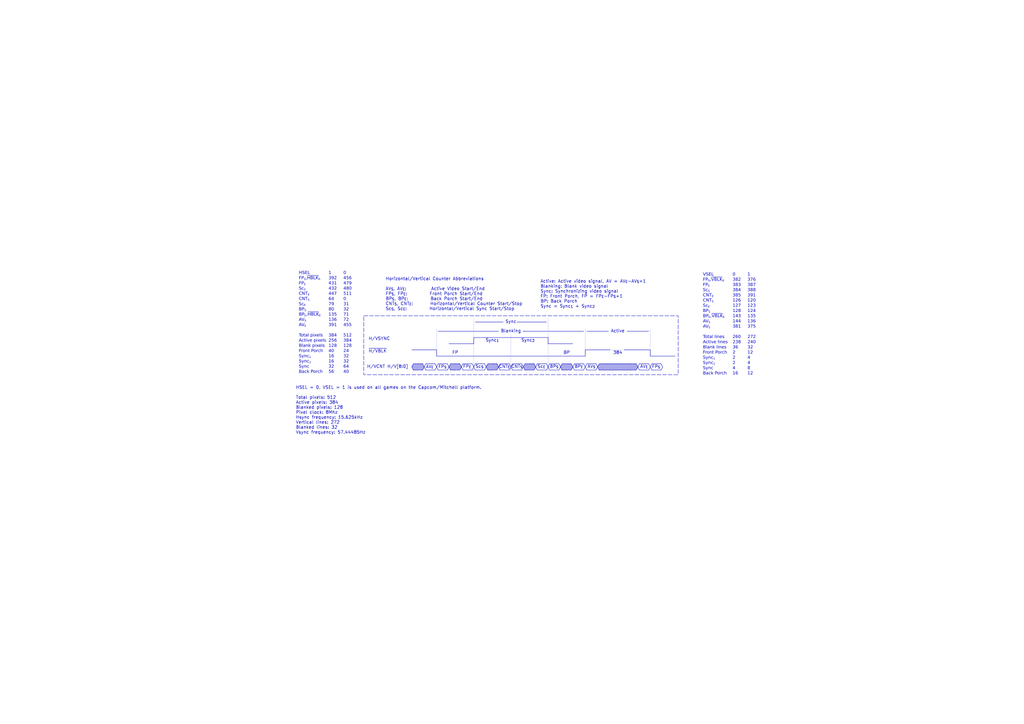
<source format=kicad_sch>
(kicad_sch
	(version 20231120)
	(generator "eeschema")
	(generator_version "8.0")
	(uuid "ccdeb361-6bdc-4147-87e1-17c62039f31b")
	(paper "A3")
	(title_block
		(date "2025-09-18")
	)
	(lib_symbols)
	(polyline
		(pts
			(xy 174.625 151.765) (xy 173.99 150.495)
		)
		(stroke
			(width 0)
			(type default)
		)
		(uuid "00122d5f-900d-4909-a005-c956e4e5cbc1")
	)
	(polyline
		(pts
			(xy 203.835 151.765) (xy 200.025 151.765)
		)
		(stroke
			(width 0)
			(type default)
		)
		(uuid "01574fe7-1a38-4cce-bb17-dd8dd95900c9")
	)
	(polyline
		(pts
			(xy 193.675 151.765) (xy 194.31 150.495)
		)
		(stroke
			(width 0)
			(type default)
		)
		(uuid "02d09697-5038-45f3-9fd3-cca32c3f867d")
	)
	(polyline
		(pts
			(xy 219.075 149.225) (xy 219.71 150.495)
		)
		(stroke
			(width 0)
			(type default)
		)
		(uuid "039df0ff-371a-4435-a72b-adb26aa2f0ec")
	)
	(polyline
		(pts
			(xy 194.31 138.43) (xy 194.31 140.97)
		)
		(stroke
			(width 0)
			(type default)
		)
		(uuid "04efdb73-e45e-4768-91fc-2b3e22d60598")
	)
	(polyline
		(pts
			(xy 257.175 149.225) (xy 254.635 151.765)
		)
		(stroke
			(width 0)
			(type default)
		)
		(uuid "05e9825e-3fba-4c46-b008-039872e4b075")
	)
	(polyline
		(pts
			(xy 213.995 149.225) (xy 214.63 150.495)
		)
		(stroke
			(width 0)
			(type default)
		)
		(uuid "07017417-ddfd-4af8-80ce-b586d6062721")
	)
	(polyline
		(pts
			(xy 189.865 149.225) (xy 189.23 150.495)
		)
		(stroke
			(width 0)
			(type default)
		)
		(uuid "080c2fb5-8e02-436c-93bf-9800ead799b5")
	)
	(polyline
		(pts
			(xy 198.755 151.765) (xy 199.39 150.495)
		)
		(stroke
			(width 0)
			(type default)
		)
		(uuid "0952448a-00ae-4398-8afe-a3b8dca387e8")
	)
	(polyline
		(pts
			(xy 172.72 149.225) (xy 170.18 151.765)
		)
		(stroke
			(width 0)
			(type default)
		)
		(uuid "098e0d13-7e95-48f8-8ad6-6a0b08e7a3f6")
	)
	(polyline
		(pts
			(xy 234.315 151.765) (xy 234.95 150.495)
		)
		(stroke
			(width 0)
			(type default)
		)
		(uuid "0a2d23fa-6743-4a41-8d94-43a779e04562")
	)
	(polyline
		(pts
			(xy 213.995 151.765) (xy 210.185 151.765)
		)
		(stroke
			(width 0)
			(type default)
		)
		(uuid "0a3179ac-de84-4d68-b86e-5b121445652f")
	)
	(polyline
		(pts
			(xy 254 149.225) (xy 251.46 151.765)
		)
		(stroke
			(width 0)
			(type default)
		)
		(uuid "0b7cdd2f-3201-46b8-867e-3be770889715")
	)
	(polyline
		(pts
			(xy 188.595 149.225) (xy 189.23 150.495)
		)
		(stroke
			(width 0)
			(type default)
		)
		(uuid "0bb4253c-ceb0-44fa-967b-0769498b3125")
	)
	(polyline
		(pts
			(xy 205.105 149.225) (xy 204.47 150.495)
		)
		(stroke
			(width 0)
			(type default)
		)
		(uuid "0c2cd40b-6076-4148-9255-b4763d0e3698")
	)
	(polyline
		(pts
			(xy 255.905 143.51) (xy 266.7 143.51)
		)
		(stroke
			(width 0)
			(type default)
		)
		(uuid "0d6f0963-d643-43db-a5cd-0858f5be40c2")
	)
	(polyline
		(pts
			(xy 232.41 149.225) (xy 230.378 151.257)
		)
		(stroke
			(width 0)
			(type default)
		)
		(uuid "10395e26-fd6a-4669-9f89-c87640a4da71")
	)
	(polyline
		(pts
			(xy 260.985 149.225) (xy 245.745 149.225)
		)
		(stroke
			(width 0)
			(type default)
		)
		(uuid "10e9ecca-7961-466e-95f2-2a21edd5d184")
	)
	(polyline
		(pts
			(xy 219.075 151.765) (xy 215.265 151.765)
		)
		(stroke
			(width 0)
			(type default)
		)
		(uuid "1233d494-53b3-4368-bcac-5f0d0234221f")
	)
	(polyline
		(pts
			(xy 224.79 138.43) (xy 224.79 140.97)
		)
		(stroke
			(width 0)
			(type default)
		)
		(uuid "12bece07-c1ca-46d4-a265-4d075d175c89")
	)
	(polyline
		(pts
			(xy 250.825 149.225) (xy 248.285 151.765)
		)
		(stroke
			(width 0)
			(type default)
		)
		(uuid "134a123c-0d7d-4811-a5b5-19baa7f5eff8")
	)
	(polyline
		(pts
			(xy 256.54 149.225) (xy 254 151.765)
		)
		(stroke
			(width 0)
			(type default)
		)
		(uuid "1571ed4d-0946-4c99-b720-eeb655a58570")
	)
	(polyline
		(pts
			(xy 187.325 149.225) (xy 184.785 151.765)
		)
		(stroke
			(width 0)
			(type default)
		)
		(uuid "1622f49d-5b66-409f-b561-f3797292ec9e")
	)
	(polyline
		(pts
			(xy 179.07 143.51) (xy 179.07 146.05)
		)
		(stroke
			(width 0)
			(type default)
		)
		(uuid "184ee271-7eff-40e1-9696-ce0c31e3806b")
	)
	(polyline
		(pts
			(xy 257.175 135.89) (xy 266.065 135.89)
		)
		(stroke
			(width 0)
			(type solid)
		)
		(uuid "1d08a3ed-6913-49f4-94a4-f514b7d09da9")
	)
	(polyline
		(pts
			(xy 179.07 146.05) (xy 240.03 146.05)
		)
		(stroke
			(width 0)
			(type default)
		)
		(uuid "1dd06575-4f1f-4857-9eb7-dedea65a4e74")
	)
	(polyline
		(pts
			(xy 171.45 149.225) (xy 169.418 151.257)
		)
		(stroke
			(width 0)
			(type default)
		)
		(uuid "202fb20a-5428-4772-b4ec-0effc0f9d1d5")
	)
	(polyline
		(pts
			(xy 178.435 151.765) (xy 174.625 151.765)
		)
		(stroke
			(width 0)
			(type default)
		)
		(uuid "21d7782b-a184-4d6d-bc18-fcd2502fd499")
	)
	(polyline
		(pts
			(xy 262.255 149.225) (xy 266.065 149.225)
		)
		(stroke
			(width 0)
			(type default)
		)
		(uuid "21f5cbdc-77d5-4772-b5d5-4fd0750b5187")
	)
	(polyline
		(pts
			(xy 184.785 151.765) (xy 184.15 150.495)
		)
		(stroke
			(width 0)
			(type default)
		)
		(uuid "22ad9fd8-424e-4e64-9ebf-045e547f1ada")
	)
	(polyline
		(pts
			(xy 178.435 149.225) (xy 179.07 150.495)
		)
		(stroke
			(width 0)
			(type default)
		)
		(uuid "235ddd50-c98b-4f8b-a5ab-89fd86ce4efc")
	)
	(polyline
		(pts
			(xy 173.355 149.225) (xy 170.815 151.765)
		)
		(stroke
			(width 0)
			(type default)
		)
		(uuid "2388123e-3774-4047-981e-5635a15e11b4")
	)
	(polyline
		(pts
			(xy 186.69 149.225) (xy 184.658 151.257)
		)
		(stroke
			(width 0)
			(type default)
		)
		(uuid "26c2ec5c-f921-426d-a912-1e0cf1f68c14")
	)
	(polyline
		(pts
			(xy 261.366 150.114) (xy 259.842 151.638)
		)
		(stroke
			(width 0)
			(type default)
		)
		(uuid "274e9003-b70a-4e4c-8977-118bd79628ee")
	)
	(polyline
		(pts
			(xy 205.105 149.225) (xy 208.915 149.225)
		)
		(stroke
			(width 0)
			(type default)
		)
		(uuid "28ae2cbb-7b3c-45fb-934a-e41ddb7626d7")
	)
	(polyline
		(pts
			(xy 251.46 149.225) (xy 248.92 151.765)
		)
		(stroke
			(width 0)
			(type default)
		)
		(uuid "2a3d7431-bf6e-490f-870e-b7e81bb4962b")
	)
	(polyline
		(pts
			(xy 240.665 149.225) (xy 240.03 150.495)
		)
		(stroke
			(width 0)
			(type default)
		)
		(uuid "2d460913-2cfd-4475-9879-e3172d9822a2")
	)
	(polyline
		(pts
			(xy 248.92 149.225) (xy 246.38 151.765)
		)
		(stroke
			(width 0)
			(type default)
		)
		(uuid "2ffb3d8f-0a64-4e01-8ca5-5ce4ebfd7ba7")
	)
	(polyline
		(pts
			(xy 258.445 149.225) (xy 255.905 151.765)
		)
		(stroke
			(width 0)
			(type default)
		)
		(uuid "311d17d6-39bc-41e3-a21b-4642552c8213")
	)
	(polyline
		(pts
			(xy 193.675 151.765) (xy 189.865 151.765)
		)
		(stroke
			(width 0)
			(type default)
		)
		(uuid "33909025-149d-40d9-bedd-59efc67c9edf")
	)
	(polyline
		(pts
			(xy 250.19 143.51) (xy 255.905 143.51)
		)
		(stroke
			(width 0)
			(type dot)
		)
		(uuid "33e2ac8d-025a-4152-b8ce-6798993d6464")
	)
	(polyline
		(pts
			(xy 230.505 149.225) (xy 229.87 150.495)
		)
		(stroke
			(width 0)
			(type default)
		)
		(uuid "37ab62c4-b9b2-4063-ace1-06a4b4e10c00")
	)
	(polyline
		(pts
			(xy 234.95 150.495) (xy 233.68 151.765)
		)
		(stroke
			(width 0)
			(type default)
		)
		(uuid "39fea079-e23b-41e8-896d-56448e062e24")
	)
	(polyline
		(pts
			(xy 173.355 149.225) (xy 173.99 150.495)
		)
		(stroke
			(width 0)
			(type default)
		)
		(uuid "3ab7b965-7d1c-40c8-a5db-5d0510e46065")
	)
	(polyline
		(pts
			(xy 173.482 149.733) (xy 171.45 151.765)
		)
		(stroke
			(width 0)
			(type default)
		)
		(uuid "3ab956a2-e40c-4b10-8f54-ccba5225c99c")
	)
	(polyline
		(pts
			(xy 239.395 151.765) (xy 235.585 151.765)
		)
		(stroke
			(width 0)
			(type default)
		)
		(uuid "3b6a0d29-9760-4c6d-9250-309c42bce9a5")
	)
	(polyline
		(pts
			(xy 240.03 135.255) (xy 240.03 146.05)
		)
		(stroke
			(width 0)
			(type dot)
		)
		(uuid "3d2caddd-8f6b-4c01-9ffb-5afa722e58e1")
	)
	(polyline
		(pts
			(xy 208.915 151.765) (xy 209.55 150.495)
		)
		(stroke
			(width 0)
			(type default)
		)
		(uuid "3d7145c5-0565-4d54-a6c5-557a1739132b")
	)
	(polyline
		(pts
			(xy 215.265 149.225) (xy 214.63 150.495)
		)
		(stroke
			(width 0)
			(type default)
		)
		(uuid "3dbe2aa7-c7c5-4ac8-aaf0-d7bba7617ae5")
	)
	(polyline
		(pts
			(xy 266.7 146.05) (xy 266.7 143.51)
		)
		(stroke
			(width 0)
			(type default)
		)
		(uuid "3e06e673-2aa8-4783-a5be-dd8117b9aac6")
	)
	(polyline
		(pts
			(xy 230.505 151.765) (xy 229.87 150.495)
		)
		(stroke
			(width 0)
			(type default)
		)
		(uuid "3f4e3d62-379e-479e-9bd1-a3b2693ac4fc")
	)
	(polyline
		(pts
			(xy 174.625 149.225) (xy 178.435 149.225)
		)
		(stroke
			(width 0)
			(type default)
		)
		(uuid "419484a4-0672-4ef4-956c-0e9151c171ff")
	)
	(polyline
		(pts
			(xy 266.7 146.05) (xy 276.86 146.05)
		)
		(stroke
			(width 0)
			(type default)
		)
		(uuid "42809f54-8ea8-4d3e-b836-6e0b2340c9c3")
	)
	(polyline
		(pts
			(xy 174.625 149.225) (xy 173.99 150.495)
		)
		(stroke
			(width 0)
			(type default)
		)
		(uuid "42b28472-9d38-4fd2-9fa2-2e6b640fbc48")
	)
	(polyline
		(pts
			(xy 201.93 149.225) (xy 199.898 151.257)
		)
		(stroke
			(width 0)
			(type default)
		)
		(uuid "42faa0e2-415e-457e-8772-9cc8bb629167")
	)
	(polyline
		(pts
			(xy 173.736 150.114) (xy 172.212 151.638)
		)
		(stroke
			(width 0)
			(type default)
		)
		(uuid "4348f514-d430-4548-8d1a-53339aad9204")
	)
	(polyline
		(pts
			(xy 262.255 151.765) (xy 261.62 150.495)
		)
		(stroke
			(width 0)
			(type default)
		)
		(uuid "4431cc07-6b5e-425d-a4d8-07e40c11927d")
	)
	(polyline
		(pts
			(xy 245.745 151.765) (xy 245.11 150.495)
		)
		(stroke
			(width 0)
			(type default)
		)
		(uuid "44ba6c01-14b4-4161-a748-6906a98f3592")
	)
	(polyline
		(pts
			(xy 247.65 149.225) (xy 245.618 151.257)
		)
		(stroke
			(width 0)
			(type default)
		)
		(uuid "4515ba48-4618-4279-a209-4ab076a06a21")
	)
	(polyline
		(pts
			(xy 172.085 149.225) (xy 169.545 151.765)
		)
		(stroke
			(width 0)
			(type default)
		)
		(uuid "45ebd933-2b3a-4aaf-9102-45ea01acf4f0")
	)
	(polyline
		(pts
			(xy 245.745 149.225) (xy 245.11 150.495)
		)
		(stroke
			(width 0)
			(type default)
		)
		(uuid "47176379-c8e2-4628-b907-b53b257afbce")
	)
	(polyline
		(pts
			(xy 215.265 149.225) (xy 219.075 149.225)
		)
		(stroke
			(width 0)
			(type default)
		)
		(uuid "49bf3d65-4e68-461d-9de8-eabba93c8361")
	)
	(polyline
		(pts
			(xy 260.35 149.225) (xy 257.81 151.765)
		)
		(stroke
			(width 0)
			(type default)
		)
		(uuid "4c8dfc5d-9655-4a63-9898-1e93c30fcb19")
	)
	(polyline
		(pts
			(xy 214.63 135.89) (xy 215.265 135.89)
		)
		(stroke
			(width 0)
			(type solid)
		)
		(uuid "4ed732bc-0471-4a39-a23f-5ea3d736a1ed")
	)
	(polyline
		(pts
			(xy 203.2 149.225) (xy 200.66 151.765)
		)
		(stroke
			(width 0)
			(type default)
		)
		(uuid "4f2ef44e-9bdb-4141-8ea5-952cad9d6067")
	)
	(polyline
		(pts
			(xy 220.345 151.765) (xy 219.71 150.495)
		)
		(stroke
			(width 0)
			(type default)
		)
		(uuid "506bb034-7749-4197-b4cb-f42f3dcd054f")
	)
	(polyline
		(pts
			(xy 203.835 151.765) (xy 204.47 150.495)
		)
		(stroke
			(width 0)
			(type default)
		)
		(uuid "51df22d4-85a3-4823-86b8-b57d11239b65")
	)
	(polyline
		(pts
			(xy 209.55 137.16) (xy 209.55 152.4)
		)
		(stroke
			(width 0)
			(type dot)
		)
		(uuid "533ed869-e6ec-41d5-84e2-dc1537d6bf35")
	)
	(polyline
		(pts
			(xy 203.835 149.225) (xy 204.47 150.495)
		)
		(stroke
			(width 0)
			(type default)
		)
		(uuid "54266268-8326-4eca-a1f6-44f63ee16750")
	)
	(polyline
		(pts
			(xy 253.365 149.225) (xy 250.825 151.765)
		)
		(stroke
			(width 0)
			(type default)
		)
		(uuid "5511b749-ff3f-47f4-beae-ce062c2835f1")
	)
	(polyline
		(pts
			(xy 261.112 149.733) (xy 259.08 151.765)
		)
		(stroke
			(width 0)
			(type default)
		)
		(uuid "56366c5f-46c0-477a-ac06-fe415066dd5b")
	)
	(polyline
		(pts
			(xy 240.03 146.05) (xy 240.03 143.51)
		)
		(stroke
			(width 0)
			(type default)
		)
		(uuid "5740239f-23be-4b28-99ec-68725f5d6b25")
	)
	(polyline
		(pts
			(xy 189.865 149.225) (xy 193.675 149.225)
		)
		(stroke
			(width 0)
			(type default)
		)
		(uuid "57971a4e-23d2-46d0-9a27-e32ce685b866")
	)
	(polyline
		(pts
			(xy 259.08 149.225) (xy 256.54 151.765)
		)
		(stroke
			(width 0)
			(type default)
		)
		(uuid "5a3d6885-28d4-4db9-ade6-5e187aac3ed8")
	)
	(polyline
		(pts
			(xy 259.715 149.225) (xy 257.175 151.765)
		)
		(stroke
			(width 0)
			(type default)
		)
		(uuid "5b25b1cf-4189-4709-92f6-1048cd11ea02")
	)
	(polyline
		(pts
			(xy 225.425 151.765) (xy 224.79 150.495)
		)
		(stroke
			(width 0)
			(type default)
		)
		(uuid "5b9d2e43-4a76-44d2-827f-53e6cf2616ac")
	)
	(polyline
		(pts
			(xy 260.985 149.225) (xy 258.445 151.765)
		)
		(stroke
			(width 0)
			(type default)
		)
		(uuid "5e45ee7b-d074-4290-9684-a9eec2756adc")
	)
	(polyline
		(pts
			(xy 252.095 149.225) (xy 249.555 151.765)
		)
		(stroke
			(width 0)
			(type default)
		)
		(uuid "60346d69-9b20-47df-887f-d8cae011b572")
	)
	(polyline
		(pts
			(xy 271.145 149.225) (xy 271.78 150.495)
		)
		(stroke
			(width 0)
			(type default)
		)
		(uuid "612031e5-215e-47ed-bfc2-fa19f5fdf625")
	)
	(polyline
		(pts
			(xy 250.19 149.225) (xy 247.65 151.765)
		)
		(stroke
			(width 0)
			(type default)
		)
		(uuid "62f591cc-0274-4cb2-8bbc-58b133a5d803")
	)
	(polyline
		(pts
			(xy 219.075 149.225) (xy 216.535 151.765)
		)
		(stroke
			(width 0)
			(type default)
		)
		(uuid "6971f107-6e38-41cd-890f-fbea4f2640e9")
	)
	(polyline
		(pts
			(xy 204.47 150.495) (xy 203.2 151.765)
		)
		(stroke
			(width 0)
			(type default)
		)
		(uuid "69be6dd8-65f8-4e39-b910-9716f51c262f")
	)
	(polyline
		(pts
			(xy 169.545 149.225) (xy 168.91 150.495)
		)
		(stroke
			(width 0)
			(type default)
		)
		(uuid "6a8ab4ea-7510-4507-885a-c31665e63c88")
	)
	(polyline
		(pts
			(xy 262.255 149.225) (xy 261.62 150.495)
		)
		(stroke
			(width 0)
			(type default)
		)
		(uuid "6e1b5f31-6a32-48f5-ae7e-0c8871d9f835")
	)
	(polyline
		(pts
			(xy 224.155 151.765) (xy 220.345 151.765)
		)
		(stroke
			(width 0)
			(type default)
		)
		(uuid "6e96d131-11aa-400c-a40b-08addd396637")
	)
	(polyline
		(pts
			(xy 244.475 149.225) (xy 245.11 150.495)
		)
		(stroke
			(width 0)
			(type default)
		)
		(uuid "6ee00267-7368-4bb9-bf23-3c826179b11a")
	)
	(polyline
		(pts
			(xy 194.945 151.765) (xy 194.31 150.495)
		)
		(stroke
			(width 0)
			(type default)
		)
		(uuid "6ef8f883-11eb-4330-935c-66953cba4e6c")
	)
	(polyline
		(pts
			(xy 210.185 149.225) (xy 213.995 149.225)
		)
		(stroke
			(width 0)
			(type default)
		)
		(uuid "7369e02a-749a-4171-8d40-ab60c3aa7871")
	)
	(polyline
		(pts
			(xy 234.315 151.765) (xy 230.505 151.765)
		)
		(stroke
			(width 0)
			(type default)
		)
		(uuid "7416e5fe-f9a9-4118-a9a5-6cdbf3ad6862")
	)
	(polyline
		(pts
			(xy 240.03 143.51) (xy 250.19 143.51)
		)
		(stroke
			(width 0)
			(type default)
		)
		(uuid "7545668f-960d-4a4c-8364-c919f947d40a")
	)
	(polyline
		(pts
			(xy 229.235 151.765) (xy 229.87 150.495)
		)
		(stroke
			(width 0)
			(type default)
		)
		(uuid "7c5dc437-0748-44d2-8c09-d1cab111780d")
	)
	(polyline
		(pts
			(xy 235.585 149.225) (xy 239.395 149.225)
		)
		(stroke
			(width 0)
			(type default)
		)
		(uuid "7c879888-247f-4d58-9de6-276e532db182")
	)
	(polyline
		(pts
			(xy 183.515 151.765) (xy 184.15 150.495)
		)
		(stroke
			(width 0)
			(type default)
		)
		(uuid "7d5c71ed-7bee-434a-9dcb-9d92b8f67e95")
	)
	(polyline
		(pts
			(xy 203.962 149.733) (xy 201.93 151.765)
		)
		(stroke
			(width 0)
			(type default)
		)
		(uuid "7f048063-1c8e-4c4c-88ed-4ff051ab1b79")
	)
	(polyline
		(pts
			(xy 183.515 151.765) (xy 179.705 151.765)
		)
		(stroke
			(width 0)
			(type default)
		)
		(uuid "806c63b6-3ac7-46d5-b0e4-8deb5d9ee254")
	)
	(polyline
		(pts
			(xy 266.065 151.765) (xy 262.255 151.765)
		)
		(stroke
			(width 0)
			(type default)
		)
		(uuid "80ac7abb-5a0a-4ecd-9994-38cefb6ce470")
	)
	(polyline
		(pts
			(xy 184.15 140.97) (xy 194.31 140.97)
		)
		(stroke
			(width 0)
			(type default)
		)
		(uuid "8258a290-25b6-40a1-aab6-d1cba2907b0b")
	)
	(polyline
		(pts
			(xy 234.315 149.225) (xy 234.95 150.495)
		)
		(stroke
			(width 0)
			(type default)
		)
		(uuid "86c34abb-cf23-4604-8549-6a82f0414542")
	)
	(polyline
		(pts
			(xy 188.595 151.765) (xy 184.785 151.765)
		)
		(stroke
			(width 0)
			(type default)
		)
		(uuid "877ea503-182c-4d35-b80e-b6e0f70ed081")
	)
	(polyline
		(pts
			(xy 169.545 151.765) (xy 168.91 150.495)
		)
		(stroke
			(width 0)
			(type default)
		)
		(uuid "8a37f892-45c8-4aff-ace0-40e1218188be")
	)
	(polyline
		(pts
			(xy 240.665 149.225) (xy 244.475 149.225)
		)
		(stroke
			(width 0)
			(type default)
		)
		(uuid "8d1b4a2f-297a-44fa-8bc5-0c9a8cb67e1e")
	)
	(polyline
		(pts
			(xy 231.14 149.225) (xy 229.997 150.368)
		)
		(stroke
			(width 0)
			(type default)
		)
		(uuid "8e9c9ef4-e2b7-48e7-b166-90a26418942b")
	)
	(polyline
		(pts
			(xy 266.065 149.225) (xy 266.7 150.495)
		)
		(stroke
			(width 0)
			(type default)
		)
		(uuid "8f9a1886-258a-4c18-a4a9-a5923309c149")
	)
	(polyline
		(pts
			(xy 267.335 149.225) (xy 266.7 150.495)
		)
		(stroke
			(width 0)
			(type default)
		)
		(uuid "8fc4b435-6c79-40e7-9831-1206a2d502e4")
	)
	(polyline
		(pts
			(xy 216.408 149.352) (xy 214.884 150.876)
		)
		(stroke
			(width 0)
			(type default)
		)
		(uuid "9031ea1b-d37e-4472-b657-e8855008c104")
	)
	(polyline
		(pts
			(xy 244.475 151.765) (xy 245.11 150.495)
		)
		(stroke
			(width 0)
			(type default)
		)
		(uuid "90db8d25-8879-4516-adf3-277c4516db39")
	)
	(polyline
		(pts
			(xy 255.905 149.225) (xy 253.365 151.765)
		)
		(stroke
			(width 0)
			(type default)
		)
		(uuid "94a766aa-6ed8-4edb-bc69-e1a8438be1b6")
	)
	(polyline
		(pts
			(xy 220.345 149.225) (xy 224.155 149.225)
		)
		(stroke
			(width 0)
			(type default)
		)
		(uuid "96e2d79a-4362-4e8e-a92d-86c48e511e28")
	)
	(polyline
		(pts
			(xy 271.145 151.765) (xy 267.335 151.765)
		)
		(stroke
			(width 0)
			(type default)
		)
		(uuid "96e40f86-0c13-4dad-92c9-97653841c527")
	)
	(polyline
		(pts
			(xy 178.435 151.765) (xy 179.07 150.495)
		)
		(stroke
			(width 0)
			(type default)
		)
		(uuid "96f953ff-a1f8-460e-8f13-2b98ce7c4515")
	)
	(polyline
		(pts
			(xy 219.202 149.733) (xy 217.17 151.765)
		)
		(stroke
			(width 0)
			(type default)
		)
		(uuid "97345fe4-bf96-4084-aacd-e9b05255a6ac")
	)
	(polyline
		(pts
			(xy 168.91 143.51) (xy 179.07 143.51)
		)
		(stroke
			(width 0)
			(type default)
		)
		(uuid "97c7614d-4160-4ac4-8069-94fbc554421f")
	)
	(polyline
		(pts
			(xy 231.648 149.352) (xy 230.124 150.876)
		)
		(stroke
			(width 0)
			(type default)
		)
		(uuid "99278bba-a85c-406c-855f-fa27b5ac965d")
	)
	(polyline
		(pts
			(xy 224.155 149.225) (xy 224.79 150.495)
		)
		(stroke
			(width 0)
			(type default)
		)
		(uuid "9a8bebc8-5805-442e-a142-c8bd80dc6ff9")
	)
	(polyline
		(pts
			(xy 189.865 151.765) (xy 189.23 150.495)
		)
		(stroke
			(width 0)
			(type default)
		)
		(uuid "9acf1955-fa32-4d18-b5c1-099442ae5227")
	)
	(polyline
		(pts
			(xy 240.665 135.89) (xy 249.555 135.89)
		)
		(stroke
			(width 0)
			(type solid)
		)
		(uuid "9ae2a14e-173c-428f-b633-1fe08a41dcef")
	)
	(polyline
		(pts
			(xy 185.42 149.225) (xy 184.277 150.368)
		)
		(stroke
			(width 0)
			(type default)
		)
		(uuid "9bff8573-f107-4607-9278-a4499201a743")
	)
	(polyline
		(pts
			(xy 173.355 151.765) (xy 173.99 150.495)
		)
		(stroke
			(width 0)
			(type default)
		)
		(uuid "9d227db8-7b2f-4a83-a003-e26d7746fd24")
	)
	(polyline
		(pts
			(xy 170.688 149.352) (xy 169.164 150.876)
		)
		(stroke
			(width 0)
			(type default)
		)
		(uuid "9d2daa90-386e-4f9e-8ffc-0c562de18a84")
	)
	(polyline
		(pts
			(xy 235.585 149.225) (xy 234.95 150.495)
		)
		(stroke
			(width 0)
			(type default)
		)
		(uuid "9e18a686-e2e4-4246-b1ee-aa1831970d7a")
	)
	(polyline
		(pts
			(xy 261.62 150.495) (xy 260.35 151.765)
		)
		(stroke
			(width 0)
			(type default)
		)
		(uuid "9ec233db-0510-4199-81c6-28107ab56c89")
	)
	(polyline
		(pts
			(xy 194.31 130.81) (xy 194.31 152.4)
		)
		(stroke
			(width 0)
			(type dot)
		)
		(uuid "a02bd944-9deb-4441-ac33-7db6cfb81006")
	)
	(polyline
		(pts
			(xy 205.105 151.765) (xy 204.47 150.495)
		)
		(stroke
			(width 0)
			(type default)
		)
		(uuid "a168d345-fd10-4c4f-a325-c024d5c2c349")
	)
	(polyline
		(pts
			(xy 234.315 149.225) (xy 231.775 151.765)
		)
		(stroke
			(width 0)
			(type default)
		)
		(uuid "a2162b3d-d101-4f42-9815-8fdbcfa46499")
	)
	(polyline
		(pts
			(xy 185.928 149.352) (xy 184.404 150.876)
		)
		(stroke
			(width 0)
			(type default)
		)
		(uuid "a2cd9949-e79e-4c2e-8851-eeced9e3d92b")
	)
	(polyline
		(pts
			(xy 204.216 150.114) (xy 202.692 151.638)
		)
		(stroke
			(width 0)
			(type default)
		)
		(uuid "a3cbcf27-5fba-4cbb-8747-9391397d7ded")
	)
	(polyline
		(pts
			(xy 233.68 149.225) (xy 231.14 151.765)
		)
		(stroke
			(width 0)
			(type default)
		)
		(uuid "a45765dd-e05f-49fa-b579-395e96c82e64")
	)
	(polyline
		(pts
			(xy 267.335 151.765) (xy 266.7 150.495)
		)
		(stroke
			(width 0)
			(type default)
		)
		(uuid "a4ec4d41-af3a-4204-b862-bb9243db1fd6")
	)
	(polyline
		(pts
			(xy 170.18 149.225) (xy 169.037 150.368)
		)
		(stroke
			(width 0)
			(type default)
		)
		(uuid "a5396060-20a7-4524-8121-acb257ab71a7")
	)
	(polyline
		(pts
			(xy 225.425 149.225) (xy 224.79 150.495)
		)
		(stroke
			(width 0)
			(type default)
		)
		(uuid "a9037e83-c96a-48ac-977d-119f34c3b4f9")
	)
	(polyline
		(pts
			(xy 193.675 149.225) (xy 194.31 150.495)
		)
		(stroke
			(width 0)
			(type default)
		)
		(uuid "ab01c826-2891-4c88-9f09-1975f3b137e0")
	)
	(polyline
		(pts
			(xy 260.985 151.765) (xy 261.62 150.495)
		)
		(stroke
			(width 0)
			(type default)
		)
		(uuid "ab809dbc-c47d-4d7c-9464-fdd661c50113")
	)
	(polyline
		(pts
			(xy 201.168 149.352) (xy 199.644 150.876)
		)
		(stroke
			(width 0)
			(type default)
		)
		(uuid "ac617528-2157-4539-90e9-edaca79f7060")
	)
	(polyline
		(pts
			(xy 217.805 149.225) (xy 215.265 151.765)
		)
		(stroke
			(width 0)
			(type default)
		)
		(uuid "ae0bac3e-689f-4e44-8456-5cd7f4a36bee")
	)
	(polyline
		(pts
			(xy 188.595 149.225) (xy 186.055 151.765)
		)
		(stroke
			(width 0)
			(type default)
		)
		(uuid "aee4db06-ec54-4ae1-b106-69b9950cca73")
	)
	(polyline
		(pts
			(xy 239.395 149.225) (xy 240.03 150.495)
		)
		(stroke
			(width 0)
			(type default)
		)
		(uuid "af0d5cbb-6a18-42f9-94fe-b5b7e22e97ce")
	)
	(polyline
		(pts
			(xy 218.44 149.225) (xy 215.9 151.765)
		)
		(stroke
			(width 0)
			(type default)
		)
		(uuid "af243d77-c528-46c6-93fe-f8d4f269a7b5")
	)
	(polyline
		(pts
			(xy 194.945 149.225) (xy 198.755 149.225)
		)
		(stroke
			(width 0)
			(type default)
		)
		(uuid "b076d10e-af89-42e6-8b09-b287be6e220e")
	)
	(polyline
		(pts
			(xy 233.045 149.225) (xy 230.505 151.765)
		)
		(stroke
			(width 0)
			(type default)
		)
		(uuid "b28066e8-d883-40bd-b0c8-c41f0e91418d")
	)
	(polyline
		(pts
			(xy 200.025 149.225) (xy 199.39 150.495)
		)
		(stroke
			(width 0)
			(type default)
		)
		(uuid "b2e2f960-7602-401e-ad48-ef442c809962")
	)
	(polyline
		(pts
			(xy 173.355 151.765) (xy 169.545 151.765)
		)
		(stroke
			(width 0)
			(type default)
		)
		(uuid "b30b4365-a949-4703-8e14-f0101292966d")
	)
	(polyline
		(pts
			(xy 208.915 151.765) (xy 205.105 151.765)
		)
		(stroke
			(width 0)
			(type default)
		)
		(uuid "b31ec7d9-ad22-4833-8b85-d6288d584e7f")
	)
	(polyline
		(pts
			(xy 188.722 149.733) (xy 186.69 151.765)
		)
		(stroke
			(width 0)
			(type default)
		)
		(uuid "b33194d1-e9e6-485a-ae9b-c555222f5e0a")
	)
	(polyline
		(pts
			(xy 179.705 149.225) (xy 183.515 149.225)
		)
		(stroke
			(width 0)
			(type default)
		)
		(uuid "b47f04ac-f393-4aea-ba95-4bb047d0ebc6")
	)
	(polyline
		(pts
			(xy 184.785 149.225) (xy 188.595 149.225)
		)
		(stroke
			(width 0)
			(type default)
		)
		(uuid "b5ce0bc4-ac4e-44f3-b356-ecdef0b7ece9")
	)
	(polyline
		(pts
			(xy 234.696 150.114) (xy 233.172 151.638)
		)
		(stroke
			(width 0)
			(type default)
		)
		(uuid "b769c276-9170-433a-8427-3b0ab958fc18")
	)
	(polyline
		(pts
			(xy 200.025 151.765) (xy 199.39 150.495)
		)
		(stroke
			(width 0)
			(type default)
		)
		(uuid "b96a12a4-ac6e-4b3b-9046-7922e063c8ee")
	)
	(polyline
		(pts
			(xy 229.235 151.765) (xy 225.425 151.765)
		)
		(stroke
			(width 0)
			(type default)
		)
		(uuid "ba3e02ec-18e2-44a5-87bf-c3e1d8781ed4")
	)
	(polyline
		(pts
			(xy 217.17 149.225) (xy 215.138 151.257)
		)
		(stroke
			(width 0)
			(type default)
		)
		(uuid "bd03b2fe-ae94-47d7-b3b0-48eac705a562")
	)
	(polyline
		(pts
			(xy 210.185 151.765) (xy 209.55 150.495)
		)
		(stroke
			(width 0)
			(type default)
		)
		(uuid "bd3d978c-d10b-4118-935e-bb5850c2edb1")
	)
	(polyline
		(pts
			(xy 246.38 149.225) (xy 245.237 150.368)
		)
		(stroke
			(width 0)
			(type default)
		)
		(uuid "bf471fc2-46bd-4630-ba8e-769011b0f29b")
	)
	(polyline
		(pts
			(xy 179.705 151.765) (xy 179.07 150.495)
		)
		(stroke
			(width 0)
			(type default)
		)
		(uuid "bfe9fab3-38c9-4b6b-b71d-7aab002ec689")
	)
	(polyline
		(pts
			(xy 179.705 149.225) (xy 179.07 150.495)
		)
		(stroke
			(width 0)
			(type default)
		)
		(uuid "c012854b-f871-4fa7-b9c5-4ec696c5f7d9")
	)
	(polyline
		(pts
			(xy 260.985 149.225) (xy 261.62 150.495)
		)
		(stroke
			(width 0)
			(type default)
		)
		(uuid "c1f99eda-0f6c-4080-9230-b949ff135164")
	)
	(polyline
		(pts
			(xy 225.425 149.225) (xy 229.235 149.225)
		)
		(stroke
			(width 0)
			(type default)
		)
		(uuid "c3292181-e59f-444f-8c0c-2681f94fb69f")
	)
	(polyline
		(pts
			(xy 266.065 151.765) (xy 266.7 150.495)
		)
		(stroke
			(width 0)
			(type default)
		)
		(uuid "c60103ff-a354-4163-bb0f-515fc4249812")
	)
	(polyline
		(pts
			(xy 187.96 149.225) (xy 185.42 151.765)
		)
		(stroke
			(width 0)
			(type default)
		)
		(uuid "c63d7095-128a-4165-9294-d105a28a9b0a")
	)
	(polyline
		(pts
			(xy 244.475 151.765) (xy 240.665 151.765)
		)
		(stroke
			(width 0)
			(type default)
		)
		(uuid "c6d0a9eb-750c-4099-8cc4-784462fb7cf5")
	)
	(polyline
		(pts
			(xy 271.145 151.765) (xy 271.78 150.495)
		)
		(stroke
			(width 0)
			(type default)
		)
		(uuid "c9bdfd78-b0ae-4e52-82a4-336bfb758acf")
	)
	(polyline
		(pts
			(xy 188.595 151.765) (xy 189.23 150.495)
		)
		(stroke
			(width 0)
			(type default)
		)
		(uuid "cba919cd-ddb1-4f8f-a5e3-ed93a9005b97")
	)
	(polyline
		(pts
			(xy 200.025 149.225) (xy 203.835 149.225)
		)
		(stroke
			(width 0)
			(type default)
		)
		(uuid "cc057390-b6a7-445c-9d09-f7e2f4b328ac")
	)
	(polyline
		(pts
			(xy 194.945 132.08) (xy 206.375 132.08)
		)
		(stroke
			(width 0)
			(type solid)
		)
		(uuid "ccf23e40-4628-470d-8584-d12392ccef08")
	)
	(polyline
		(pts
			(xy 267.335 149.225) (xy 271.145 149.225)
		)
		(stroke
			(width 0)
			(type default)
		)
		(uuid "ce3ac23c-e93b-42f2-836e-6985b0cfbfd9")
	)
	(polyline
		(pts
			(xy 239.395 151.765) (xy 240.03 150.495)
		)
		(stroke
			(width 0)
			(type default)
		)
		(uuid "ce5d5bdd-8551-46ca-a42c-af421ef948fc")
	)
	(polyline
		(pts
			(xy 194.31 138.43) (xy 224.79 138.43)
		)
		(stroke
			(width 0)
			(type default)
		)
		(uuid "ce6000c0-5f82-4679-bd77-aeca0d84618f")
	)
	(polyline
		(pts
			(xy 179.07 135.255) (xy 179.07 146.05)
		)
		(stroke
			(width 0)
			(type dot)
		)
		(uuid "ced44370-682d-4f9e-bfef-f22646f4d9b4")
	)
	(polyline
		(pts
			(xy 184.785 149.225) (xy 184.15 150.495)
		)
		(stroke
			(width 0)
			(type default)
		)
		(uuid "d0d19586-6dae-469e-b946-96e7841458af")
	)
	(polyline
		(pts
			(xy 189.23 150.495) (xy 187.96 151.765)
		)
		(stroke
			(width 0)
			(type default)
		)
		(uuid "d14b4c12-fe7c-4c0a-a5bb-214e0a82f31c")
	)
	(polyline
		(pts
			(xy 213.995 151.765) (xy 214.63 150.495)
		)
		(stroke
			(width 0)
			(type default)
		)
		(uuid "d1def481-a2d2-425b-a0cd-f94aef0c9226")
	)
	(polyline
		(pts
			(xy 208.915 149.225) (xy 209.55 150.495)
		)
		(stroke
			(width 0)
			(type default)
		)
		(uuid "d2121f9a-7e6c-4905-a370-21fd92e4efc2")
	)
	(polyline
		(pts
			(xy 214.63 135.89) (xy 239.395 135.89)
		)
		(stroke
			(width 0)
			(type solid)
		)
		(uuid "d3381f54-f8f2-4c6d-9cbf-e75f7ba020a5")
	)
	(polyline
		(pts
			(xy 212.09 132.08) (xy 224.155 132.08)
		)
		(stroke
			(width 0)
			(type solid)
		)
		(uuid "d3434ead-a840-4fea-b4fd-edde44c2ba70")
	)
	(polyline
		(pts
			(xy 257.81 149.225) (xy 255.27 151.765)
		)
		(stroke
			(width 0)
			(type default)
		)
		(uuid "d5a5bd9d-f1a9-4d90-a16d-af25f8a6e9ee")
	)
	(polyline
		(pts
			(xy 169.545 149.225) (xy 173.355 149.225)
		)
		(stroke
			(width 0)
			(type default)
		)
		(uuid "d5a993b9-d8e1-4a69-9d30-c9f984357756")
	)
	(polyline
		(pts
			(xy 255.27 149.225) (xy 252.73 151.765)
		)
		(stroke
			(width 0)
			(type default)
		)
		(uuid "d5d06a92-e999-4eed-ab60-f72058501c6d")
	)
	(polyline
		(pts
			(xy 194.945 149.225) (xy 194.31 150.495)
		)
		(stroke
			(width 0)
			(type default)
		)
		(uuid "d61fd1c3-8f6c-4204-9c8a-5520c831ce29")
	)
	(polyline
		(pts
			(xy 200.66 149.225) (xy 199.517 150.368)
		)
		(stroke
			(width 0)
			(type default)
		)
		(uuid "d65a0255-9d99-4a83-8955-c21b72222e31")
	)
	(polyline
		(pts
			(xy 219.456 150.114) (xy 217.932 151.638)
		)
		(stroke
			(width 0)
			(type default)
		)
		(uuid "d70146b3-82e4-4a1e-93fc-0ae541a6ca59")
	)
	(polyline
		(pts
			(xy 224.79 140.97) (xy 234.95 140.97)
		)
		(stroke
			(width 0)
			(type default)
		)
		(uuid "d741d74e-1b08-4877-bd69-ce0a00a6fae1")
	)
	(polyline
		(pts
			(xy 254.635 149.225) (xy 252.095 151.765)
		)
		(stroke
			(width 0)
			(type default)
		)
		(uuid "d93160f3-4c63-4d9a-845a-134e0136991e")
	)
	(polyline
		(pts
			(xy 203.835 149.225) (xy 201.295 151.765)
		)
		(stroke
			(width 0)
			(type default)
		)
		(uuid "d9471786-9bbe-47d5-b776-9821e6a86b2e")
	)
	(polyline
		(pts
			(xy 234.442 149.733) (xy 232.41 151.765)
		)
		(stroke
			(width 0)
			(type default)
		)
		(uuid "d989a675-656e-432c-a022-92415222d5d6")
	)
	(polyline
		(pts
			(xy 215.9 149.225) (xy 214.757 150.368)
		)
		(stroke
			(width 0)
			(type default)
		)
		(uuid "da426e95-5a32-4284-9d05-9271c32d8625")
	)
	(polyline
		(pts
			(xy 210.185 149.225) (xy 209.55 150.495)
		)
		(stroke
			(width 0)
			(type default)
		)
		(uuid "e0693ade-f17d-48e7-a2b5-4398126fdcf3")
	)
	(polyline
		(pts
			(xy 188.976 150.114) (xy 187.452 151.638)
		)
		(stroke
			(width 0)
			(type default)
		)
		(uuid "e0be2d50-34f5-42de-b557-1fa0e0c36dac")
	)
	(polyline
		(pts
			(xy 266.7 135.255) (xy 266.7 146.05)
		)
		(stroke
			(width 0)
			(type dot)
		)
		(uuid "e1078eba-12e5-4dcd-bbee-4c91feb41adc")
	)
	(polyline
		(pts
			(xy 252.73 149.225) (xy 250.19 151.765)
		)
		(stroke
			(width 0)
			(type default)
		)
		(uuid "e1241bc0-8ed9-4ad3-8ce0-1b64dd77b3e8")
	)
	(polyline
		(pts
			(xy 202.565 149.225) (xy 200.025 151.765)
		)
		(stroke
			(width 0)
			(type default)
		)
		(uuid "e212a4dc-84b7-4067-a4ce-bd8b65031e84")
	)
	(polyline
		(pts
			(xy 260.985 151.765) (xy 245.745 151.765)
		)
		(stroke
			(width 0)
			(type default)
		)
		(uuid "e41f232d-64e5-4277-9205-259742a4afac")
	)
	(polyline
		(pts
			(xy 224.155 151.765) (xy 224.79 150.495)
		)
		(stroke
			(width 0)
			(type default)
		)
		(uuid "e54946fa-64c6-401b-9bc7-bd7561ca688b")
	)
	(polyline
		(pts
			(xy 183.515 149.225) (xy 184.15 150.495)
		)
		(stroke
			(width 0)
			(type default)
		)
		(uuid "e73d1965-96eb-40cb-84f1-4baaac9c6dd9")
	)
	(polyline
		(pts
			(xy 249.555 149.225) (xy 247.015 151.765)
		)
		(stroke
			(width 0)
			(type default)
		)
		(uuid "ee02040a-ec87-466d-806b-af6c2e1f850c")
	)
	(polyline
		(pts
			(xy 198.755 151.765) (xy 194.945 151.765)
		)
		(stroke
			(width 0)
			(type default)
		)
		(uuid "ee665bb6-32f8-4e69-9fe2-3bf98bb88e4e")
	)
	(polyline
		(pts
			(xy 220.345 149.225) (xy 219.71 150.495)
		)
		(stroke
			(width 0)
			(type default)
		)
		(uuid "ef9066a1-ca35-49f7-8357-d70cdb226573")
	)
	(polyline
		(pts
			(xy 179.705 135.89) (xy 204.47 135.89)
		)
		(stroke
			(width 0)
			(type solid)
		)
		(uuid "f3d86f6a-7621-483c-ae84-6cb34d1a9db4")
	)
	(polyline
		(pts
			(xy 198.755 149.225) (xy 199.39 150.495)
		)
		(stroke
			(width 0)
			(type default)
		)
		(uuid "f4c1a927-1395-4da1-a2f7-a6c5b790226a")
	)
	(polyline
		(pts
			(xy 215.265 151.765) (xy 214.63 150.495)
		)
		(stroke
			(width 0)
			(type default)
		)
		(uuid "f4de5449-0f5e-4bd1-bbe4-f18391db72b4")
	)
	(polyline
		(pts
			(xy 219.075 151.765) (xy 219.71 150.495)
		)
		(stroke
			(width 0)
			(type default)
		)
		(uuid "f5c8fbcb-33ad-43ef-b755-e492aaf52e77")
	)
	(polyline
		(pts
			(xy 219.71 150.495) (xy 218.44 151.765)
		)
		(stroke
			(width 0)
			(type default)
		)
		(uuid "f63b8e11-2627-469e-abee-1dbdc6c5f125")
	)
	(polyline
		(pts
			(xy 229.235 149.225) (xy 229.87 150.495)
		)
		(stroke
			(width 0)
			(type default)
		)
		(uuid "f6c5f8bd-4b39-4d16-8cfd-500cab575b60")
	)
	(polyline
		(pts
			(xy 248.285 149.225) (xy 245.745 151.765)
		)
		(stroke
			(width 0)
			(type default)
		)
		(uuid "f6dc1c3e-c1de-4cf0-9c83-f45fc2a7d830")
	)
	(polyline
		(pts
			(xy 235.585 151.765) (xy 234.95 150.495)
		)
		(stroke
			(width 0)
			(type default)
		)
		(uuid "f8076eb7-e309-4f70-a42f-abe22c479571")
	)
	(polyline
		(pts
			(xy 246.888 149.352) (xy 245.364 150.876)
		)
		(stroke
			(width 0)
			(type default)
		)
		(uuid "f84de140-7048-4b83-bd0a-bb96f3763298")
	)
	(polyline
		(pts
			(xy 230.505 149.225) (xy 234.315 149.225)
		)
		(stroke
			(width 0)
			(type default)
		)
		(uuid "fa96f171-9fab-4808-a65f-7fe732923d5b")
	)
	(polyline
		(pts
			(xy 173.99 150.495) (xy 172.72 151.765)
		)
		(stroke
			(width 0)
			(type default)
		)
		(uuid "fb97e069-ab61-4f73-823d-456d05062d27")
	)
	(polyline
		(pts
			(xy 240.665 151.765) (xy 240.03 150.495)
		)
		(stroke
			(width 0)
			(type default)
		)
		(uuid "fdb856cc-a9e8-4692-b769-86f3752b0ad1")
	)
	(polyline
		(pts
			(xy 224.79 130.81) (xy 224.79 152.4)
		)
		(stroke
			(width 0)
			(type dot)
		)
		(uuid "ffedd93d-14e9-4479-b95b-c3d5a641977b")
	)
	(rectangle
		(start 149.225 129.54)
		(end 278.13 153.67)
		(stroke
			(width 0)
			(type dash)
		)
		(fill
			(type none)
		)
		(uuid 05edcee4-b705-4494-9cb8-706f87d5c6e1)
	)
	(text "Sc_{E}"
		(exclude_from_sim no)
		(at 220.345 150.495 0)
		(effects
			(font
				(size 1.27 1.27)
			)
			(justify left)
		)
		(uuid "00cfecf4-05d3-44f5-aefe-2da253ec7460")
	)
	(text "~{H/VBLK}"
		(exclude_from_sim no)
		(at 151.13 144.145 0)
		(effects
			(font
				(size 1.27 1.27)
			)
			(justify left)
		)
		(uuid "048526a8-3458-4839-bd45-aa08076f7f53")
	)
	(text "BP"
		(exclude_from_sim no)
		(at 232.41 144.78 0)
		(effects
			(font
				(size 1.27 1.27)
			)
		)
		(uuid "1306bf29-090d-4b26-bd36-7a29bb8c4b27")
	)
	(text "HSEL			1		0\nFP_{S},~{HBLK}_{S}		392	456\nFP_{E}				431	479\nSc_{S}				432	480\nCNT_{E}			447	511\nCNT_{S}			64		0\nSc_{E}				79		31\nBP_{S}				80		32\nBP_{E},~{HBLK}_{E}		135	71\nAV_{S}				136	72\nAV_{E}				391	455\n\nTotal pixels	384	512\nActive pixels	256	384\nBlank pixels	128	128\nFront Porch	40		24\nSync_{1}			16		32\nSync_{2}			16		32\nSync			32		64\nBack Porch	56		40"
		(exclude_from_sim no)
		(at 122.555 132.715 0)
		(effects
			(font
				(face "DejaVu Sans")
				(size 1.27 1.27)
			)
			(justify left)
		)
		(uuid "22b3eb2b-889a-41fc-b40a-27d1fe179b09")
	)
	(text "FP"
		(exclude_from_sim no)
		(at 186.69 144.78 0)
		(effects
			(font
				(size 1.27 1.27)
			)
		)
		(uuid "2468c828-f805-4484-87dd-57273c0c56a3")
	)
	(text "AV_{E}"
		(exclude_from_sim no)
		(at 174.625 149.86 0)
		(effects
			(font
				(size 1.27 1.27)
			)
			(justify left top)
		)
		(uuid "2af786c3-7457-44e5-aa06-713de9fb5fbb")
	)
	(text "Sync_{2}"
		(exclude_from_sim no)
		(at 216.535 139.7 0)
		(effects
			(font
				(size 1.27 1.27)
			)
		)
		(uuid "2b4b36ac-252a-4ffe-bcab-77ce768b044c")
	)
	(text "BP_{S}"
		(exclude_from_sim no)
		(at 225.425 150.495 0)
		(effects
			(font
				(size 1.27 1.27)
			)
			(justify left)
		)
		(uuid "32a01263-ab1b-432a-be50-d61e51a5f325")
	)
	(text "H/VSYNC"
		(exclude_from_sim no)
		(at 151.13 139.065 0)
		(effects
			(font
				(size 1.27 1.27)
			)
			(justify left)
		)
		(uuid "3948b033-fd39-40ed-b15b-6ed8fa9b43bf")
	)
	(text "AV_{S}"
		(exclude_from_sim no)
		(at 240.919 150.495 0)
		(effects
			(font
				(size 1.27 1.27)
			)
			(justify left)
		)
		(uuid "3fdbe9a2-fd39-45ea-9049-4c4a519473c4")
	)
	(text "FP_{S}"
		(exclude_from_sim no)
		(at 267.335 149.86 0)
		(effects
			(font
				(size 1.27 1.27)
			)
			(justify left top)
		)
		(uuid "45f13446-d87d-429f-a9eb-f2ffcf953ceb")
	)
	(text "Horizontal/Vertical Counter Abbreviations\n\nAV_{S}, AV_{E}:		 Active Video Start/End\nFP_{S}, FP_{E}:		Front Porch Start/End\nBP_{S}, BP_{E}:		Back Porch Start/End\nCNT_{S}, CNT_{E}:	   Horizontal/Vertical Counter Start/Stop\nSc_{S}, Sc_{E}:		Horizontal/Vertical Sync Start/Stop"
		(exclude_from_sim no)
		(at 158.115 120.65 0)
		(effects
			(font
				(size 1.27 1.27)
			)
			(justify left)
		)
		(uuid "4b43b4f0-d43a-4885-85ec-f21e5ebdc115")
	)
	(text "FP_{E}"
		(exclude_from_sim no)
		(at 189.865 150.495 0)
		(effects
			(font
				(size 1.27 1.27)
			)
			(justify left)
		)
		(uuid "64c9895b-0b5c-4919-be76-b4ca8cd18605")
	)
	(text "AV_{E}"
		(exclude_from_sim no)
		(at 262.509 150.495 0)
		(effects
			(font
				(size 1.27 1.27)
			)
			(justify left)
		)
		(uuid "834faade-0eeb-4baa-9900-8ed73cf4d172")
	)
	(text "CNT_{E}"
		(exclude_from_sim no)
		(at 204.597 150.495 0)
		(effects
			(font
				(size 1.27 1.27)
			)
			(justify left)
		)
		(uuid "8d688ee4-0dbd-4702-8635-cfe4dd011d23")
	)
	(text "CNT_{S}"
		(exclude_from_sim no)
		(at 209.677 150.495 0)
		(effects
			(font
				(size 1.27 1.27)
			)
			(justify left)
		)
		(uuid "92cd7986-f8b2-4c8e-8dc4-0462b2a5764d")
	)
	(text "384"
		(exclude_from_sim no)
		(at 253.365 144.78 0)
		(effects
			(font
				(size 1.27 1.27)
			)
		)
		(uuid "9f44b2b2-d4c5-4eeb-b6e4-88efb1c440d9")
	)
	(text "HSEL = 0, VSEL = 1 is used on all games on the Capcom/Mitchell platform.\n\nTotal pixels: 512\nActive pixels: 384\nBlanked pixels: 128\nPixel clock: 8Mhz\nHsync frequency: 15.625kHz\nVertical lines: 272\nBlanked lines: 32\nVsync frequency: 57.44485Hz\n"
		(exclude_from_sim no)
		(at 121.285 168.275 0)
		(effects
			(font
				(size 1.27 1.27)
			)
			(justify left)
		)
		(uuid "9fdb7824-11cf-47c3-a2ba-4ebe1c3a64e9")
	)
	(text "FP_{S}"
		(exclude_from_sim no)
		(at 179.705 149.86 0)
		(effects
			(font
				(size 1.27 1.27)
			)
			(justify left top)
		)
		(uuid "a05dc3fa-f6cb-4771-925c-654d24fb3e66")
	)
	(text "H/VCNT H/V[8:0]"
		(exclude_from_sim no)
		(at 150.495 150.495 0)
		(effects
			(font
				(size 1.27 1.27)
			)
			(justify left)
		)
		(uuid "a354374f-4c7f-4d5f-b123-db1259718a40")
	)
	(text "Active"
		(exclude_from_sim no)
		(at 253.365 135.89 0)
		(effects
			(font
				(size 1.27 1.27)
			)
		)
		(uuid "a9a9b71e-2e73-4b61-85bd-8f7529e383ec")
	)
	(text "BP_{E}"
		(exclude_from_sim no)
		(at 235.585 150.495 0)
		(effects
			(font
				(size 1.27 1.27)
			)
			(justify left)
		)
		(uuid "ac468394-fae3-42d7-a30e-762a241bf69f")
	)
	(text "Blanking"
		(exclude_from_sim no)
		(at 209.55 135.89 0)
		(effects
			(font
				(size 1.27 1.27)
			)
		)
		(uuid "ae3c5e98-6233-42eb-93ba-03717e90d7d2")
	)
	(text "Sync"
		(exclude_from_sim no)
		(at 209.55 132.08 0)
		(effects
			(font
				(size 1.27 1.27)
			)
		)
		(uuid "b17d8dc1-8573-41fa-9257-f7898bd2442d")
	)
	(text "Sc_{S}"
		(exclude_from_sim no)
		(at 194.945 150.495 0)
		(effects
			(font
				(size 1.27 1.27)
			)
			(justify left)
		)
		(uuid "b2c34eae-8fa9-4433-b6fd-6e804467402e")
	)
	(text "Sync_{1}"
		(exclude_from_sim no)
		(at 201.93 139.7 0)
		(effects
			(font
				(size 1.27 1.27)
			)
		)
		(uuid "c24358a6-8d03-4391-b1cc-f1c301b02c56")
	)
	(text "Active: Active video signal, AV = AV_{E}-AV_{S}+1\nBlanking: Blank video signal\nSync: Synchronizing video signal\nFP: Front Porch, FP = FP_{E}-FP_{S}+1\nBP: Back Porch\nSync = Sync_{1} + Sync_{2}\n"
		(exclude_from_sim no)
		(at 221.615 120.65 0)
		(effects
			(font
				(size 1.27 1.27)
			)
			(justify left)
		)
		(uuid "cabbe6c9-e5bf-4588-b0af-aaa532152a18")
	)
	(text "VSEL			0		1\nFP_{S},~{VBLK}_{S}		382	376\nFP_{E}				383	387\nSc_{S}				384	388\nCNT_{E}			385	391\nCNT_{S}			126	120\nSc_{E}				127	123\nBP_{S}				128	124\nBP_{E},~{VBLK}_{E}		143	135\nAV_{S}				144	136\nAV_{E}				381	375\n\nTotal lines		260	272\nActive lines	238	240\nBlank lines	36		32\nFront Porch	2		12\nSync_{1}			2		4\nSync_{2}			2		4\nSync			4		8\nBack Porch	16		12"
		(exclude_from_sim no)
		(at 288.29 133.35 0)
		(effects
			(font
				(face "DejaVu Sans")
				(size 1.27 1.27)
			)
			(justify left)
		)
		(uuid "cf4c7c67-0452-4836-82ce-909b13c5f78d")
	)
)

</source>
